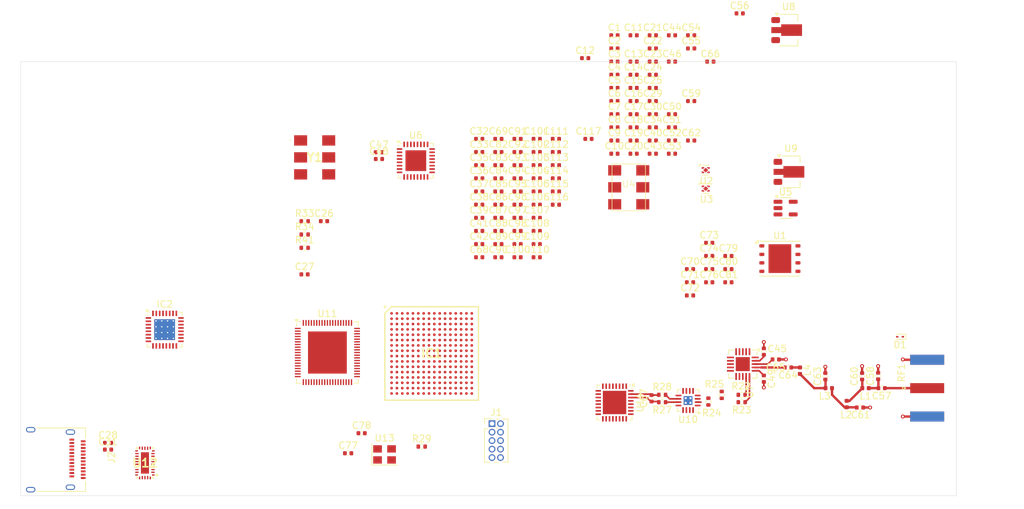
<source format=kicad_pcb>
(kicad_pcb (version 20240108) (generator "pcbnew") (generator_version "8.0")
  (layers (0 "F.Cu" signal) (1 "In1.Cu" signal) (2 "In2.Cu" signal) (31 "B.Cu" signal) (34 "B.Paste" user) (35 "F.Paste" user) (36 "B.SilkS" user "B.Silkscreen") (37 "F.SilkS" user "F.Silkscreen") (38 "B.Mask" user) (39 "F.Mask" user) (44 "Edge.Cuts" user))
  (net 0 "")
  (net 1 "AGND")
  (net 2 "AVDD")
  (net 3 "DRVDD")
  (net 4 "VCM")
  (net 5 "CLKVDD")
  (net 6 "+5V")
  (net 7 "CLK-")
  (net 8 "CLK+")
  (net 9 "+13.8V")
  (net 10 "VGA_VDD")
  (net 11 "Net-(C63-Pad1)")
  (net 12 "Net-(C64-Pad1)")
  (net 13 "AMPIN+")
  (net 14 "AMPIN-")
  (net 15 "ADCIN+")
  (net 16 "ADCIN-")
  (net 17 "-5V")
  (net 18 "Net-(U5-EN)")
  (net 19 "VREF")
  (net 20 "Net-(C21-Pad1)")
  (net 21 "Net-(C22-Pad1)")
  (net 22 "Net-(U6-S6)")
  (net 23 "Net-(U4-CLK+)")
  (net 24 "Net-(U6-CLK)")
  (net 25 "Net-(U6-CLKB)")
  (net 26 "Net-(U4-CLK-)")
  (net 27 "Net-(U6-OUT0B)")
  (net 28 "Net-(U6-OUT0)")
  (net 29 "Net-(U7-VCM)")
  (net 30 "Net-(C57-Pad2)")
  (net 31 "Net-(D1-A2)")
  (net 32 "Net-(C60-Pad1)")
  (net 33 "Net-(C61-Pad1)")
  (net 34 "Net-(U9-VOUT)")
  (net 35 "Net-(U12-TX2n)")
  (net 36 "Net-(U12-TX2p)")
  (net 37 "VCC_5V")
  (net 38 "Net-(IC1A-VCCAUX_1)")
  (net 39 "VBUS")
  (net 40 "Net-(U11-AVDD)")
  (net 41 "Net-(U12-TXn)")
  (net 42 "Net-(U11-TODN)")
  (net 43 "Net-(U11-TODP)")
  (net 44 "Net-(U12-TXp)")
  (net 45 "Net-(U11-XI)")
  (net 46 "Net-(U11-XO)")
  (net 47 "VCC_3.3V")
  (net 48 "Net-(U10A--)")
  (net 49 "Net-(U7-VOUT-)")
  (net 50 "Net-(U7-VOUT+)")
  (net 51 "Net-(U10A-+)")
  (net 52 "Net-(U10A-FB-)")
  (net 53 "Net-(U10A-FB+)")
  (net 54 "Net-(R27-Pad1)")
  (net 55 "Net-(R28-Pad1)")
  (net 56 "Net-(U11-RREF)")
  (net 57 "Net-(Y1-CLK+)")
  (net 58 "Net-(Y1-CLK-)")
  (net 59 "FT_RESETn")
  (net 60 "P1.1V")
  (net 61 "FT_OEn")
  (net 62 "Net-(U2-EN)")
  (net 63 "Net-(U3-EN)")
  (net 65 "Net-(U4-OE)")
  (net 67 "Net-(U6-S0)")
  (net 69 "Net-(U6-RSET)")
  (net 70 "Net-(U6-SYNCB)")
  (net 75 "Net-(C95-Pad2)")
  (net 76 "Net-(U7-MODE0)")
  (net 77 "Net-(U7-FA{slash}GS0{slash}D2)")
  (net 78 "Net-(U7-PWUP)")
  (net 80 "Net-(U7-DNC_INTERIM)")
  (net 82 "VGA_CSB")
  (net 83 "Net-(U7-MODE1)")
  (net 84 "Net-(U7-LATCH{slash}SPI_HP_LP)")
  (net 85 "Net-(U7-UPDN_DAT{slash}D0{slash}3SPI_4SPI)")
  (net 86 "VGA_SCLK")
  (net 88 "VGA_SDIO")
  (net 89 "Net-(U10B-~{PD})")
  (net 90 "ADC_SCLK")
  (net 91 "ADC_SDIO")
  (net 92 "ADC_MODE{slash}OR")
  (net 93 "FT_BE2")
  (net 94 "FT_BE0")
  (net 95 "FT_SIWUn")
  (net 96 "FT_D16")
  (net 97 "FT_D3")
  (net 98 "FT_D31")
  (net 99 "FT_BE3")
  (net 100 "FT_WAKEUPn")
  (net 101 "FT_D1")
  (net 102 "FT_TXEn")
  (net 103 "FT_D25")
  (net 104 "FT_D19")
  (net 105 "IO_MISO")
  (net 106 "FT_D26")
  (net 107 "FT_D22")
  (net 108 "FT_BE1")
  (net 109 "FT_D7")
  (net 110 "FT_D18")
  (net 111 "FT_D9")
  (net 112 "FT_D12")
  (net 113 "FT_D21")
  (net 114 "FT_D30")
  (net 115 "FT_D20")
  (net 116 "FT_D4")
  (net 117 "FT_D5")
  (net 119 "FT_D0")
  (net 120 "Net-(U11-RIDP)")
  (net 121 "FT_D28")
  (net 122 "FT_WRn")
  (net 123 "FT_D8")
  (net 124 "FT_D29")
  (net 125 "D+")
  (net 126 "FT_RXFn")
  (net 127 "FT_D27")
  (net 128 "FT_D23")
  (net 129 "FT_D17")
  (net 130 "FT_D2")
  (net 131 "FT_D14")
  (net 132 "FT_D15")
  (net 133 "FT_D6")
  (net 134 "FT_D11")
  (net 135 "FT_D13")
  (net 136 "FT_D10")
  (net 137 "FT_D24")
  (net 138 "FT_RDn")
  (net 140 "D-")
  (net 141 "Net-(U11-CLK)")
  (net 144 "Net-(U11-RIDN)")
  (net 145 "D0")
  (net 146 "D8")
  (net 147 "D10")
  (net 148 "ADC_CSB")
  (net 149 "D11")
  (net 150 "D9")
  (net 151 "DCO")
  (net 152 "D1")
  (net 153 "D6")
  (net 154 "D12")
  (net 155 "D2")
  (net 156 "D5")
  (net 157 "D4")
  (net 158 "D3")
  (net 159 "D13")
  (net 160 "Net-(U14-RBIAS)")
  (net 161 "D7")
  (net 171 "SPICFG_SS")
  (net 181 "SPICFG_SCK")
  (net 183 "P3.3V")
  (net 190 "SPICFG_MISO")
  (net 205 "JTAG_TCK")
  (net 233 "QSPI_D2")
  (net 244 "FPGA_RESET")
  (net 255 "SPICFG_MOSI")
  (net 262 "JTAG_TDI")
  (net 263 "IO_MOSI")
  (net 265 "IO_SCK")
  (net 298 "QSPI_D3")
  (net 301 "JTAG_TMS")
  (net 307 "JTAG_TDO")
  (net 318 "RX1-")
  (net 321 "RX1+")
  (net 322 "Net-(J2-CC2)")
  (net 323 "Net-(J2-CC1)")
  (net 325 "RX2-")
  (net 326 "RX2+")
  (net 327 "TX1-")
  (net 328 "USB_ID")
  (net 329 "Net-(U12-VBUS_DET)")
  (net 330 "Net-(U12-ADDR)")
  (net 331 "VCONN_FAULT")
  (net 332 "I2C_INTR")
  (net 333 "EN_MUX")
  (net 334 "PORT_DIR")
  (net 336 "Net-(U12-PORT)")
  (net 337 "SDA")
  (net 338 "SCL")
  (net 339 "Net-(Y1-OE)")
  (net 341 "TX1+")
  (net 342 "TX2-")
  (net 343 "TX2+")
  (net 344 "TX1P")
  (net 345 "TX1N")
  (footprint "Resistor_SMD:R_0402_1005Metric" (layer "F.Cu") (at 163.9 143.41 -90)
    (property "Reference" "R24")
    (property "Value" "250")
  )
  (footprint "Diode_SMD:D_SOD-923" (layer "F.Cu") (at 192.58 133.7 180)
    (property "Reference" "D1")
    (property "Value" "ESD9B3.3ST5G")
  )
  (footprint "Capacitor_SMD:C_0402_1005Metric" (layer "F.Cu") (at 129.61 104.07)
    (property "Reference" "C32")
    (property "Value" "10u")
  )
  (footprint "Capacitor_SMD:C_0402_1005Metric" (layer "F.Cu") (at 166.895 123.575)
    (property "Reference" "C80")
    (property "Value" "0.1uF")
  )
  (footprint "Connector_Coaxial:SMA_Amphenol_132289_EdgeMount" (layer "F.Cu") (at 196.6375 141.4)
    (property "Reference" "RF1")
    (property "Value" "RFIN")
  )
  (footprint "Resistor_SMD:R_0402_1005Metric" (layer "F.Cu") (at 103.5 116.4)
    (property "Reference" "R33")
    (property "Value" "10K")
  )
  (footprint "Capacitor_SMD:C_0402_1005Metric" (layer "F.Cu") (at 155.585 100.375)
    (property "Reference" "C30")
    (property "Value" "0.1uF")
  )
  (footprint "Capacitor_SMD:C_0402_1005Metric" (layer "F.Cu") (at 138.22 108.01)
    (property "Reference" "C103")
    (property "Value" "10u")
  )
  (footprint "Capacitor_SMD:C_0402_1005Metric" (layer "F.Cu") (at 141.09 109.98)
    (property "Reference" "C114")
    (property "Value" "0.1u")
  )
  (footprint "Capacitor_SMD:C_0402_1005Metric" (layer "F.Cu") (at 132.48 104.07)
    (property "Reference" "C69")
    (property "Value" "10u")
  )
  (footprint "Resistor_SMD:R_0402_1005Metric" (layer "F.Cu") (at 165.9 142.41 90)
    (property "Reference" "R25")
    (property "Value" "250")
  )
  (footprint "Capacitor_SMD:C_0402_1005Metric" (layer "F.Cu") (at 135.35 108.01)
    (property "Reference" "C93")
    (property "Value" "0.1u")
  )
  (footprint "Capacitor_SMD:C_0402_1005Metric" (layer "F.Cu") (at 132.48 111.95)
    (property "Reference" "C85")
    (property "Value" "10u")
  )
  (footprint "Capacitor_SMD:C_0402_1005Metric" (layer "F.Cu") (at 189.3 139.58 90)
    (property "Reference" "C58")
    (property "Value" "120p")
  )
  (footprint "Capacitor_SMD:C_0402_1005Metric" (layer "F.Cu") (at 158.455 92.495)
    (property "Reference" "C46")
    (property "Value" "0.1uF")
  )
  (footprint "Capacitor_SMD:C_0402_1005Metric" (layer "F.Cu") (at 135.35 113.92)
    (property "Reference" "C96")
    (property "Value" "0.1u")
  )
  (footprint "Capacitor_SMD:C_0402_1005Metric" (layer "F.Cu") (at 158.455 100.375)
    (property "Reference" "C50")
    (property "Value" "1uF")
  )
  (footprint "Capacitor_SMD:C_0402_1005Metric" (layer "F.Cu") (at 135.35 115.89)
    (property "Reference" "C97")
    (property "Value" "10u")
  )
  (footprint "Capacitor_SMD:C_0402_1005Metric" (layer "F.Cu") (at 155.585 98.405)
    (property "Reference" "C29")
    (property "Value" "1uF")
  )
  (footprint "Capacitor_SMD:C_0402_1005Metric" (layer "F.Cu") (at 155.585 90.525)
    (property "Reference" "C22")
    (property "Value" "0.1uF")
  )
  (footprint "Capacitor_SMD:C_0402_1005Metric" (layer "F.Cu") (at 74.08 150.6)
    (property "Reference" "C31")
    (property "Value" "100n")
  )
  (footprint "Capacitor_SMD:C_0402_1005Metric" (layer "F.Cu") (at 152.715 102.345)
    (property "Reference" "C18")
    (property "Value" "0.1uF")
  )
  (footprint "Capacitor_SMD:C_0402_1005Metric" (layer "F.Cu") (at 114.5925 106.08)
    (property "Reference" "C47")
    (property "Value" "0.1u")
  )
  (footprint "Capacitor_SMD:C_0402_1005Metric" (layer "F.Cu") (at 132.48 108.01)
    (property "Reference" "C83")
    (property "Value" "10u")
  )
  (footprint "Capacitor_SMD:C_0402_1005Metric" (layer "F.Cu") (at 149.845 106.285)
    (property "Reference" "C10")
    (property "Value" "0.1uF")
  )
  (footprint "Package_DFN_QFN:QFN-76-1EP_9x9mm_P0.4mm_EP5.81x6.31mm" (layer "F.Cu") (at 106.9 136.0625)
    (property "Reference" "U11")
    (property "Value" "FT601Q")
  )
  (footprint "Capacitor_SMD:C_0402_1005Metric" (layer "F.Cu") (at 158.455 104.315)
    (property "Reference" "C52")
    (property "Value" "0.1n")
  )
  (footprint "Capacitor_SMD:C_0402_1005Metric" (layer "F.Cu") (at 103.48 124.36)
    (property "Reference" "C27")
    (property "Value" "0.1u")
  )
  (footprint "Package_TO_SOT_SMD:SOT-89-3" (layer "F.Cu") (at 176.255 109.005)
    (property "Reference" "U9")
    (property "Value" "AP2205-50Y-13")
  )
  (footprint "Capacitor_SMD:C_0402_1005Metric" (layer "F.Cu") (at 138.22 106.04)
    (property "Reference" "C102")
    (property "Value" "0.1u")
  )
  (footprint "Capacitor_SMD:C_0402_1005Metric" (layer "F.Cu") (at 164.025 123.575)
    (property "Reference" "C75")
    (property "Value" "0.1u")
  )
  (footprint "Capacitor_SMD:C_0402_1005Metric" (layer "F.Cu") (at 172.2 139.98 -90)
    (property "Reference" "C49")
    (property "Value" "0.1uF")
  )
  (footprint "Inductor_SMD:L_0402_1005Metric" (layer "F.Cu") (at 184.6 143.785 -90)
    (property "Reference" "L2")
    (property "Value" "470n")
  )
  (footprint "Capacitor_SMD:C_0402_1005Metric" (layer "F.Cu") (at 141.09 108.01)
    (property "Reference" "C113")
    (property "Value" "10u")
  )
  (footprint "Capacitor_SMD:C_0402_1005Metric" (layer "F.Cu") (at 155.585 104.315)
    (property "Reference" "C40")
    (property "Value" "0.1uF")
  )
  (footprint "Capacitor_SMD:C_0402_1005Metric" (layer "F.Cu") (at 172.2 135.92 90)
    (property "Reference" "C45")
    (property "Value" "0.1uF")
  )
  (footprint "Package_TO_SOT_SMD:SOT-89-3" (layer "F.Cu") (at 175.915 87.775)
    (property "Reference" "U8")
    (property "Value" "AP2205-50Y-13")
  )
  (footprint "Capacitor_SMD:C_0402_1005Metric" (layer "F.Cu") (at 152.715 94.465)
    (property "Reference" "C14")
    (property "Value" "1uF")
  )
  (footprint "Capacitor_SMD:C_0402_1005Metric" (layer "F.Cu") (at 129.61 113.92)
    (property "Reference" "C38")
    (property "Value" "10u")
  )
  (footprint "Capacitor_SMD:C_0402_1005Metric" (layer "F.Cu") (at 132.48 113.92)
    (property "Reference" "C86")
    (property "Value" "10u")
  )
  (footprint "Capacitor_SMD:C_0402_1005Metric" (layer "F.Cu") (at 149.845 94.465)
    (property "Reference" "C4")
    (property "Value" "0.1uF")
  )
  (footprint "Capacitor_SMD:C_0402_1005Metric" (layer "F.Cu") (at 152.715 100.375)
    (property "Reference" "C17")
    (property "Value" "0.1uF")
  )
  (footprint "Capacitor_SMD:C_0402_1005Metric" (layer "F.Cu") (at 138.22 119.83)
    (property "Reference" "C109")
    (property "Value" "10u")
  )
  (footprint "Inductor_SMD:L_0402_1005Metric" (layer "F.Cu") (at 177.6 138.785 90)
    (property "Reference" "L4")
    (property "Value" "300n")
  )
  (footprint "Capacitor_SMD:C_0402_1005Metric" (layer "F.Cu") (at 164.025 119.635)
    (property "Reference" "C73")
    (property "Value" "100u")
  )
  (footprint "Resistor_SMD:R_0402_1005Metric" (layer "F.Cu") (at 156.99 143.5 180)
    (property "Reference" "R27")
    (property "Value" "33")
  )
  (footprint "Capacitor_SMD:C_0402_1005Metric" (layer "F.Cu") (at 132.48 119.83)
    (property "Reference" "C89")
    (property "Value" "10u")
  )
  (footprint "Capacitor_SMD:C_0402_1005Metric" (layer "F.Cu") (at 168.585 85.275)
    (property "Reference" "C56")
    (property "Value" "2.2uF")
  )
  (footprint "Capacitor_SMD:C_0402_1005Metric" (layer "F.Cu") (at 129.61 115.89)
    (property "Reference" "C39")
    (property "Value" "10u")
  )
  (footprint "Package_TO_SOT_SMD:SOT-23-5" (layer "F.Cu") (at 175.455 114.43)
    (property "Reference" "U5")
    (property "Value" "TLV77333PDBVR")
  )
  (footprint "Capacitor_SMD:C_0402_1005Metric" (layer "F.Cu") (at 152.715 96.435)
    (property "Reference" "C15")
    (property "Value" "0.1uF")
  )
  (footprint "Capacitor_SMD:C_0402_1005Metric" (layer "F.Cu") (at 152.715 98.405)
    (property "Reference" "C16")
    (property "Value" "0.1uF")
  )
  (footprint "Capacitor_SMD:C_0402_1005Metric" (layer "F.Cu") (at 149.845 102.345)
    (property "Reference" "C8")
    (property "Value" "1uF")
  )
  (footprint "Capacitor_SMD:C_0402_1005Metric" (layer "F.Cu") (at 152.715 104.315)
    (property "Reference" "C19")
    (property "Value" "1uF")
  )
  (footprint "Capacitor_SMD:C_0402_1005Metric" (layer "F.Cu") (at 132.48 121.8)
    (property "Reference" "C90")
    (property "Value" "10u")
  )
  (footprint "Package_DFN_QFN:OnSemi_XDFN4-1EP_1.0x1.0mm_EP0.52x0.52mm" (layer "F.Cu") (at 163.5 111.51)
    (property "Reference" "U3")
    (property "Value" "~")
  )
  (footprint "Capacitor_SMD:C_0402_1005Metric" (layer "F.Cu") (at 135.35 106.04)
    (property "Reference" "C92")
    (property "Value" "0.1u")
  )
  (footprint "Resistor_SMD:R_0402_1005Metric" (layer "F.Cu") (at 168.89 142.4 180)
    (property "Reference" "R22")
    (property "Value" "50")
  )
  (footprint "Capacitor_SMD:C_0402_1005Metric" (layer "F.Cu") (at 149.845 100.375)
    (property "Reference" "C7")
    (property "Value" "0.1uF")
  )
  (footprint "Capacitor_SMD:C_0402_1005Metric" (layer "F.Cu") (at 145.465 91.975)
    (property "Reference" "C12")
    (property "Value" "1uF")
  )
  (footprint "Package_CSP:LFCSP-32-1EP_5x5mm_P0.5mm_EP3.1x3.1mm" (layer "F.Cu") (at 120.13 107.33)
    (property "Reference" "U6")
    (property "Value" "AD9515")
  )
  (footprint "Capacitor_SMD:C_0402_1005Metric" (layer "F.Cu") (at 149.845 104.315)
    (property "Reference" "C9")
    (property "Value" "1uF")
  )
  (footprint "hfsdr:SI590_5x7mm" (layer "F.Cu") (at 151.985 111.32)
    (property "Reference" "U4")
    (property "Value" "~")
  )
  (footprint "Capacitor_SMD:C_0402_1005Metric" (layer "F.Cu") (at 129.61 117.86)
    (property "Reference" "C41")
    (property "Value" "0.1u")
  )
  (footprint "Capacitor_SMD:C_0402_1005Metric" (layer "F.Cu") (at 186.9 139.62 90)
    (property "Reference" "C60")
    (property "Value" "200p")
  )
  (footprint "Capacitor_SMD:C_0402_1005Metric" (layer "F.Cu") (at 152.715 106.285)
    (property "Reference" "C20")
    (property "Value" "0.1uF")
  )
  (footprint "Package_CSP:LFCSP-32-1EP_5x5mm_P0.5mm_EP3.1x3.1mm_ThermalVias" (layer "F.Cu") (at 82.55 132.6375)
    (property "Reference" "IC2")
    (property "Value" "AD9707BCPZ")
  )
  (footprint "Resistor_SMD:R_0402_1005Metric" (layer "F.Cu") (at 168.89 143.5 180)
    (property "Reference" "R23")
    (property "Value" "50")
  )
  (footprint "hfsdr:BGA256C80P16X16_1400X1400X170" (layer "F.Cu") (at 122.5 136.2)
    (property "Reference" "IC1")
    (property "Value" "LFE5U-25F-6BG256C" (hide yes))
  )
  (footprint "Capacitor_SMD:C_0402_1005Metric" (layer "F.Cu") (at 149.845 98.405)
    (property "Reference" "C6")
    (property "Value" "1uF")
  )
  (footprint "Capacitor_SMD:C_0402_1005Metric" (layer "F.Cu") (at 135.35 111.95)
    (property "Reference" "C95")
    (property "Value" "10u")
  )
  (footprint "Inductor_SMD:L_0402_1005Metric" (layer "F.Cu") (at 187.415 141.4 180)
    (property "Reference" "L1")
    (property "Value" "390n")
  )
  (footprint "Capacitor_SMD:C_0402_1005Metric" (layer "F.Cu") (at 114.6125 107.08)
    (property "Reference" "C48")
    (property "Value" "0.1u")
  )
  (footprint "Capacitor_SMD:C_0402_1005Metric" (layer "F.Cu") (at 149.845 92.495)
    (property "Reference" "C3")
    (property "Value" "0.1uF")
  )
  (footprint "Capacitor_SMD:C_0402_1005Metric" (layer "F.Cu") (at 161.155 127.515)
    (property "Reference" "C72")
    (property "Value" "100n")
  )
  (footprint "Capacitor_SMD:C_0402_1005Metric" (layer "F.Cu") (at 141.09 113.92)
    (property "Reference" "C116")
    (property "Value" "0.1u")
  )
  (footprint "Capacitor_SMD:C_0402_1005Metric" (layer "F.Cu") (at 132.48 109.98)
    (property "Reference" "C84")
    (property "Value" "10u")
  )
  (footprint "Capacitor_SMD:C_0402_1005Metric" (layer "F.Cu") (at 152.715 88.555)
    (property "Reference" "C11")
    (property "Value" "1uF")
  )
  (footprint "Capacitor_SMD:C_0402_1005Metric" (layer "F.Cu") (at 161.325 88.555)
    (property "Reference" "C54")
    (property "Value" "0.1uF")
  )
  (footprint "Capacitor_SMD:C_0402_1005Metric" (layer "F.Cu") (at 138.22 104.07)
    (property "Reference" "C101")
    (property "Value" "10u")
  )
  (footprint "Capacitor_SMD:C_0402_1005Metric" (layer "F.Cu") (at 152.715 92.495)
    (property "Reference" "C13")
    (property "Value" "0.1uF")
  )
  (footprint "Oscillator:Oscillator_SMD_Abracon_ASE-4Pin_3.2x2.5mm" (layer "F.Cu") (at 115.45 151.325)
    (property "Reference" "U13")
    (property "Value" "ABM8-30.000MHZ-D1X-T")
  )
  (footprint "Package_CSP:LFCSP-32-1EP_5x5mm_P0.5mm_EP3.5x3.5mm" (layer "F.Cu") (at 149.8625 143.55 -90)
    (property "Reference" "U14")
    (property "Value" "AD9649" (hide yes))
  )
  (footprint "Capacitor_SMD:C_0402_1005Metric" (layer "F.Cu") (at 155.585 88.555)
    (property "Reference" "C21")
    (property "Value" "0.1uF")
  )
  (footprint "Capacitor_SMD:C_0402_1005Metric" (layer "F.Cu") (at 74.08 149.6)
    (property "Reference" "C28")
    (property "Value" "100n")
  )
  (footprint "Capacitor_SMD:C_0402_1005Metric" (layer "F.Cu") (at 135.35 121.8)
    (property "Reference" "C100")
    (property "Value" "0.1u")
  )
  (footprint "Capacitor_SMD:C_0402_1005Metric" (layer "F.Cu") (at 175.82 138.3 180)
    (property "Reference" "C64")
    (property "Value" "0.1u")
  )
  (footprint "Capacitor_SMD:C_0402_1005Metric" (layer "F.Cu") (at 135.35 117.86)
    (property "Reference" "C98")
    (property "Value" "0.1u")
  )
  (footprint "Capacitor_SMD:C_0402_1005Metric" (layer "F.Cu") (at 132.48 106.04)
    (property "Reference" "C82")
    (property "Value" "0.1u")
  )
  (footprint "Capacitor_SMD:C_0402_1005Metric" (layer "F.Cu") (at 110 151.15)
    (property "Reference" "C77")
    (property "Value" "26p")
  )
  (footprint "Capacitor_SMD:C_0402_1005Metric" (layer "F.Cu") (at 155.585 96.435)
    (property "Reference" "C25")
    (property "Value" "0.1uF")
  )
  (footprint "Capacitor_SMD:C_0402_1005Metric" (layer "F.Cu") (at 155.585 106.285)
    (property "Reference" "C43")
    (property "Value" "0.1uF")
  )
  (footprint "Capacitor_SMD:C_0402_1005Metric" (layer "F.Cu") (at 149.845 88.555)
    (property "Reference" "C1")
    (property "Value" "0.1uF")
  )
  (footprint "Capacitor_SMD:C_0402_1005Metric" (layer "F.Cu") (at 149.845 96.435)
    (property "Reference" "C5")
    (property "Value" "1uF")
  )
  (footprint "Resistor_SMD:R_0402_1005Metric" (layer "F.Cu") (at 156.99 142.4 180)
    (property "Reference" "R28")
    (property "Value" "33")
  )
  (footprint "hfsdr:HD3SS3220IRNHR" (layer "F.Cu") (at 79.6 152.6 180)
    (property "Reference" "U12")
    (property "Value" "HD3SS3220" (hide yes))
  )
  (footprint "Inductor_SMD:L_0402_1005Metric" (layer "F.Cu") (at 181.915 141.4 180)
    (property "Reference" "L3")
    (property "Value" "510n")
  )
  (footprint "Capacitor_SMD:C_0402_1005Metric" (layer "F.Cu") (at 166.895 121.605)
    (property "Reference" "C79")
    (property "Value" "0.1uF")
  )
  (footprint "Connector_PinHeader_1.27mm:PinHeader_2x05_P1.27mm_Vertical" (layer "F.Cu") (at 131.53 146.72)
    (property "Reference" "J1")
    (property "Value" "JTAG")
  )
  (footprint "Package_CSP:LFCSP-16-1EP_3x3mm_P0.5mm_EP1.3x1.3mm_ThermalVias" (layer "F.Cu") (at 160.8625 143.25 180)
    (property "Reference" "U10")
    (property "Value" "ADA4938-1")
  )
  (footprint "Capacitor_SMD:C_0402_1005Metric" (layer "F.Cu") (at 155.585 92.495)
    (property "Reference" "C23")
    (property "Value" "1uF")
  )
  (footprint "Capacitor_SMD:C_0402_1005Metric" (layer "F.Cu") (at 129.61 121.8)
    (property "Reference" "C68")
    (property "Value" "10u")
  )
  (footprint "Capacitor_SMD:C_0402_1005Metric" (layer "F.Cu") (at 149.845 90.525)
    (property "Reference" "C2")
    (property "Value" "1uF")
  )
  (footprint "Capacitor_SMD:C_0402_1005Metric" (layer "F.Cu") (at 138.22 115.89)
    (property "Reference" "C107")
    (property "Value" "10u")
  )
  (footprint "Capacitor_SMD:C_0402_1005Metric" (layer "F.Cu") (at 129.61 119.83)
    (property "Reference" "C42")
    (property "Value" "10u")
  )
  (footprint "Capacitor_SMD:C_0402_1005Metric" (layer "F.Cu") (at 135.35 119.83)
    (property "Reference" "C99")
    (property "Value" "10u")
  )
  (footprint "Package_CSP:LFCSP-20-1EP_4x4mm_P0.5mm_EP2.1x2.1mm" (layer "F.Cu") (at 169.05 137.8 -90)
    (property "Reference" "U7")
    (property "Value" "ADL5206")
  )
  (footprint "Capacitor_SMD:C_0402_1005Metric" (layer "F.Cu") (at 161.325 104.315)
    (property "Reference" "C62")
    (property "Value" "2.2uF")
  )
  (footprint "Resistor_SMD:R_0402_1005Metric" (layer "F.Cu") (at 103.5 120.38)
    (property "Reference" "R41")
    (property "Value" "10K")
  )
  (footprint "Capacitor_SMD:C_0402_1005Metric" (layer "F.Cu") (at 161.325 98.405)
    (property "Reference" "C59")
    (property "Value" "1uF")
  )
  (footprint "Capacitor_SMD:C_0402_1005Metric" (layer "F.Cu") (at 129.61 108.01)
    (property "Reference" "C35")
    (property "Value" "10u")
  )
  (footprint "Capacitor_SMD:C_0402_1005Metric" (layer "F.Cu") (at 158.455 102.345)
    (property "Reference" "C51")
    (property "Value" "1uF")
  )
  (footprint "Capacitor_SMD:C_0402_1005Metric" (layer "F.Cu") (at 158.455 106.285)
    (property "Reference" "C53")
    (property "Value" "0.1n")
  )
  (footprint "Capacitor_SMD:C_0402_1005Metric" (layer "F.Cu") (at 141.09 106.04)
    (property "Reference" "C112")
    (property "Value" "0.1u")
  )
  (footprint "Capacitor_SMD:C_0402_1005Metric" (layer "F.Cu") (at 161.155 123.575)
    (property "Reference" "C70")
    (property "Value" "100n")
  )
  (footprint "Capacitor_SMD:C_0402_1005Metric" (layer "F.Cu") (at 132.48 117.86)
    (property "Reference" "C88")
    (property "Value" "10u")
  )
  (footprint "Capacitor_SMD:C_0402_1005Metric" (layer "F.Cu") (at 158.455 88.555)
    (property "Reference" "C44")
    (property "Value" "0.1uF")
  )
  (footprint "Capacitor_SMD:C_0402_1005Metric" (layer "F.Cu") (at 161.325 90.525)
    (property "Reference" "C55")
    (property "Value" "1uF")
  )
  (footprint "Capacitor_SMD:C_0402_1005Metric" (layer "F.Cu") (at 186.58 144.3)
    (property "Reference" "C61")
    (property "Value" "200p")
  )
  (footprint "Capacitor_SMD:C_0402_1005Metric" (layer "F.Cu") (at 135.35 104.07)
    (property "Reference" "C91")
    (property "Value" "10u")
  )
  (footprint "Capacitor_SMD:C_0402_1005Metric" (layer "F.Cu") (at 164.195 92.495)
    (property "Reference" "C66")
    (property "Value" "0.1uF")
  )
  (footprint "Capacitor_SMD:C_0402_1005Metric" (layer "F.Cu") (at 138.22 117.86)
    (property "Reference" "C108")
    (property "Value" "0.1u")
  )
  (footprint "Capacitor_SMD:C_0402_1005Metric" (layer "F.Cu") (at 166.895 125.545)
    (property "Reference" "C81")
    (property "Value" "0.1uF")
  )
  (footprint "Capacitor_SMD:C_0402_1005Metric" (layer "F.Cu") (at 189.82 141.4 180)
    (property "Reference" "C57")
    (property "Value" "470n")
  )
  (footprint "Capacitor_SMD:C_0402_1005Metric" (layer "F.Cu") (at 138.22 111.95)
    (property "Reference" "C105")
    (property "Value" "10u")
  )
  (footprint "Package_DFN_QFN:OnSemi_XDFN4-1EP_1.0x1.0mm_EP0.52x0.52mm" (layer "F.Cu") (at 163.5 108.75)
    (property "Reference" "U2")
    (property "Value" "~")
  )
  (footprint "Capacitor_SMD:C_0402_1005Metric" (layer "F.Cu") (at 155.585 94.465)
    (property "Reference" "C24")
    (property "Value" "0.1uF")
  )
  (footprint "hfsdr:590BD80M0000DG" (layer "F.Cu") (at 104.9925 106.84)
    (property "Reference" "Y1")
    (property "Value" "590BD80M0000DG" (hide yes))
  )
  (footprint "Capacitor_SMD:C_0402_1005Metric" (layer "F.Cu") (at 164.025 121.605)
    (property "Reference" "C74")
    (property "Value" "4.7u")
  )
  (footprint "Resistor_SMD:R_0402_1005Metric" (layer "F.Cu") (at 103.5 118.39)
    (property "Reference" "R34")
    (property "Value" "10K")
  )
  (footprint "Capacitor_SMD:C_0402_1005Metric" (layer "F.Cu") (at 141.09 104.07)
    (property "Reference" "C111")
    (property "Value" "10u")
  )
  (footprint "Capacitor_SMD:C_0402_1005Metric" (layer "F.Cu") (at 138.22 109.98)
    (property "Reference" "C104")
    (property "Value" "0.1u")
  )
  (footprint "Capacitor_SMD:C_0402_1005Metric" (layer "F.Cu") (at 138.22 113.92)
    (property "Reference" "C106")
    (property "Value" "0.1u")
  )
  (footprint "Capacitor_SMD:C_0402_1005Metric" (layer "F.Cu") (at 145.96 104.07)
    (property "Reference" "C117")
    (property "Value" "1000p")
  )
  (footprint "Capacitor_SMD:C_0402_1005Metric" (layer "F.Cu") (at 129.61 109.98)
    (property "Reference" "C36")
    (property "Value" "0.1u")
  )
  (footprint "Capacitor_SMD:C_0402_1005Metric" (layer "F.Cu") (at 106.39 116.39)
    (property "Reference" "C26")
    (property "Value" "100n")
  )
  (footprint "Capacitor_SMD:C_0402_1005Metric" (layer "F.Cu") (at 161.155 125.545)
    (property "Reference" "C71")
    (property "Value" "100n")
  )
  (footprint "Capacitor_SMD:C_0402_1005Metric" (layer "F.Cu") (at 155.585 102.345)
    (property "Reference" "C34")
    (property "Value" "0.1uF")
  )
  (footprint "Connector_USB:USB_C_Receptacle_Amphenol_12401610E4-2A" (layer "F.Cu") (at 65.34 152.11 -90)
    (property "Reference" "J2")
    (property "Value" "GSB4D313302Y1HR")
  )
  (footprint "Capacitor_SMD:C_0402_1005Metric" (layer "F.Cu") (at 135.35 109.98)
    (property "Reference" "C94")
    (property "Value" "0.1u")
  )
  (footprint "Capacitor_SMD:C_0402_1005Metric" (layer "F.Cu") (at 132.48 115.89)
    (property "Reference" "C87")
    (property "Value" "10u")
  )
  (footprint "Capacitor_SMD:C_0402_1005Metric" (layer "F.Cu") (at 129.61 111.95)
    (property "Reference" "C37")
    (property "Value" "10u")
  )
  (footprint "Resistor_SMD:R_0402_1005Metric" (layer "F.Cu") (at 121.01 150.15)
    (property "Reference" "R29")
    (property "Value" "1.6K 1%")
  )
  (footprint "Package_SON:WSON-8-1EP_6x5mm_P1.27mm_EP3.4x4.3mm" (layer "F.Cu") (at 174.6 122)
    (property "Reference" "U1")
    (property "Value" "W25Q128JVP")
  )
  (footprint "Capacitor_SMD:C_0402_1005Metric" (layer "F.Cu") (at 138.22 121.8)
    (property "Reference" "C110")
    (property "Value" "0.1u")
  )
  (footprint "Capacitor_SMD:C_0402_1005Metric" (layer "F.Cu") (at 155.4 142.92 90)
    (property "Reference" "C67")
    (property "Value" "22pF")
  )
  (footprint "Capacitor_SMD:C_0402_1005Metric" (layer "F.Cu") (at 181.4 139.62 90)
    (property "Reference" "C63")
    (property "Value" "160p")
  )
  (footprint "Capacitor_SMD:C_0402_1005Metric" (layer "F.Cu") (at 173.98 137.1 180)
    (property "Reference" "C65")
    (property "Value" "0.1u")
  )
  (footprint "Capacitor_SMD:C_0402_1005Metric" (layer "F.Cu") (at 129.61 106.04)
    (property "Reference" "C33")
    (property "Value" "10u")
  )
  (footprint "Capacitor_SMD:C_0402_1005Metric" (layer "F.Cu") (at 164.025 125.545)
    (property "Reference" "C76")
    (property "Value" "0.1u")
  )
  (footprint "Capacitor_SMD:C_0402_1005Metric" (layer "F.Cu") (at 112.02 148.15)
    (property "Reference" "C78")
    (property "Value" "26p")
  )
  (footprint "Capacitor_SMD:C_0402_1005Metric" (layer "F.Cu") (at 141.09 111.95)
    (property "Reference" "C115")
    (property "Value" "10u")
  )
  (gr_rect (start 61 92.5) (end 201 157.5) (stroke (width 0.05)) (fill none) (layer "Edge.Cuts"))
  (segment (start 189.3 138.2) (end 189.3 139.1) (width 0.355) (layer "F.Cu") (net 1))
  (segment (start 186.9 138.2) (end 186.9 139.14) (width 0.355) (layer "F.Cu") (net 1))
  (segment (start 181.4 138.2) (end 181.4 139.14) (width 0.355) (layer "F.Cu") (net 1))
  (segment (start 174.46 137.1) (end 175.5 137.1) (width 0.355) (layer "F.Cu") (net 1))
  (segment (start 193 145.65) (end 196.6375 145.65) (width 0.355) (layer "F.Cu") (net 1))
  (segment (start 172.2 140.46) (end 172.2 141.3) (width 0.25) (layer "F.Cu") (net 1))
  (segment (start 187.06 144.3) (end 188.1 144.3) (width 0.355) (layer "F.Cu") (net 1))
  (segment (start 193 137.15) (end 196.6375 137.15) (width 0.355) (layer "F.Cu") (net 1))
  (segment (start 172.2 134.5) (end 172.2 135.44) (width 0.25) (layer "F.Cu") (net 1))
  (via micro (at 181.4 138.2) (size 0.6) (drill 0.3) (layers "F.Cu" "In1.Cu") (net 1))
  (via micro (at 188.1 144.3) (size 0.6) (drill 0.3) (layers "F.Cu" "In1.Cu") (net 1))
  (via micro (at 193 145.65) (size 0.6) (drill 0.3) (layers "F.Cu" "In1.Cu") (net 1))
  (via micro (at 175.5 137.1) (size 0.6) (drill 0.3) (layers "F.Cu" "In1.Cu") (net 1))
  (via micro (at 172.2 141.3) (size 0.6) (drill 0.3) (layers "F.Cu" "In1.Cu") (net 1))
  (via micro (at 193 137.1) (size 0.6) (drill 0.3) (layers "F.Cu" "In1.Cu") (net 1))
  (via micro (at 172.2 134.5) (size 0.6) (drill 0.3) (layers "F.Cu" "In1.Cu") (net 1))
  (via micro (at 189.3 138.1) (size 0.6) (drill 0.3) (layers "F.Cu" "In1.Cu") (net 1))
  (via micro (at 186.9 138.1) (size 0.6) (drill 0.3) (layers "F.Cu" "In1.Cu") (net 1))
  (segment (start 172.2 136.679999) (end 172.2 136.4) (width 0.25) (layer "F.Cu") (net 10))
  (segment (start 170.9 137.3) (end 171.579999 137.3) (width 0.25) (layer "F.Cu") (net 10))
  (segment (start 171.5 138.8) (end 172.2 139.5) (width 0.25) (layer "F.Cu") (net 10))
  (segment (start 171.579999 137.3) (end 172.2 136.679999) (width 0.25) (layer "F.Cu") (net 10))
  (segment (start 170.9 138.8) (end 171.5 138.8) (width 0.25) (layer "F.Cu") (net 10))
  (segment (start 181.43 141.4) (end 181.43 140.13) (width 0.355) (layer "F.Cu") (net 11))
  (segment (start 181.43 141.4) (end 179.73 141.4) (width 0.355) (layer "F.Cu") (net 11))
  (segment (start 181.43 140.13) (end 181.4 140.1) (width 0.355) (layer "F.Cu") (net 11))
  (segment (start 179.73 141.4) (end 177.6 139.27) (width 0.355) (layer "F.Cu") (net 11))
  (segment (start 176.3 138.3) (end 177.6 138.3) (width 0.355) (layer "F.Cu") (net 12))
  (segment (start 175.34 138.3) (end 171.8 138.3) (width 0.355) (layer "F.Cu") (net 13))
  (segment (start 170.9 138.3) (end 171.8 138.3) (width 0.25) (layer "F.Cu") (net 13))
  (segment (start 172.8025 137.7975) (end 173.5 137.1) (width 0.25) (layer "F.Cu") (net 14))
  (segment (start 170.9 137.8) (end 170.9025 137.7975) (width 0.25) (layer "F.Cu") (net 14))
  (segment (start 170.9025 137.7975) (end 172.8025 137.7975) (width 0.25) (layer "F.Cu") (net 14))
  (segment (start 155.34 142.44) (end 155.2 142.3) (width 0.25) (layer "F.Cu") (net 15))
  (segment (start 155.4 142.44) (end 155.34 142.44) (width 0.25) (layer "F.Cu") (net 15))
  (segment (start 155.4 142.44) (end 156.44 142.44) (width 0.25) (layer "F.Cu") (net 15))
  (segment (start 155.2 142.3) (end 152.3 142.3) (width 0.25) (layer "F.Cu") (net 15))
  (segment (start 156.44 142.44) (end 156.48 142.4) (width 0.25) (layer "F.Cu") (net 15))
  (segment (start 155.4 143.4) (end 155.3 143.4) (width 0.25) (layer "F.Cu") (net 16))
  (segment (start 156.38 143.4) (end 156.48 143.5) (width 0.25) (layer "F.Cu") (net 16))
  (segment (start 155.4 143.4) (end 156.38 143.4) (width 0.25) (layer "F.Cu") (net 16))
  (segment (start 155.3 143.4) (end 154.7 142.8) (width 0.25) (layer "F.Cu") (net 16))
  (segment (start 154.7 142.8) (end 152.3 142.8) (width 0.25) (layer "F.Cu") (net 16))
  (segment (start 115.085 106.0675) (end 115.0725 106.08) (width 0.15) (layer "F.Cu") (net 24))
  (segment (start 187.9 141.4) (end 189.34 141.4) (width 0.355) (layer "F.Cu") (net 30))
  (segment (start 189.34 141.4) (end 189.34 140.1) (width 0.355) (layer "F.Cu") (net 30))
  (segment (start 189.34 140.1) (end 189.3 140.06) (width 0.355) (layer "F.Cu") (net 30))
  (segment (start 189.3 141.36) (end 189.34 141.4) (width 0.355) (layer "F.Cu") (net 30))
  (segment (start 190.3 141.4) (end 196.6375 141.4) (width 0.355) (layer "F.Cu") (net 31))
  (segment (start 186.93 141.4) (end 186.93 140.13) (width 0.355) (layer "F.Cu") (net 32))
  (segment (start 186.9 141.37) (end 186.93 141.4) (width 0.355) (layer "F.Cu") (net 32))
  (segment (start 185.03 143.3) (end 186.93 141.4) (width 0.355) (layer "F.Cu") (net 32))
  (segment (start 184.6 143.3) (end 185.03 143.3) (width 0.355) (layer "F.Cu") (net 32))
  (segment (start 186.93 140.13) (end 186.9 140.1) (width 0.355) (layer "F.Cu") (net 32))
  (segment (start 184.6 144.27) (end 186.07 144.27) (width 0.355) (layer "F.Cu") (net 33))
  (segment (start 184.280001 144.27) (end 182.4 142.389999) (width 0.355) (layer "F.Cu") (net 33))
  (segment (start 182.4 142.389999) (end 182.4 141.4) (width 0.355) (layer "F.Cu") (net 33))
  (segment (start 184.6 144.27) (end 184.280001 144.27) (width 0.355) (layer "F.Cu") (net 33))
  (segment (start 186.07 144.27) (end 186.1 144.3) (width 0.355) (layer "F.Cu") (net 33))
  (segment (start 165.9 142.92) (end 165.9 143) (width 0.25) (layer "F.Cu") (net 48))
  (segment (start 169.55 142.25) (end 169.4 142.4) (width 0.25) (layer "F.Cu") (net 49))
  (segment (start 169.55 139.65) (end 169.55 142.25) (width 0.25) (layer "F.Cu") (net 49))
  (segment (start 170.05 142.85) (end 170.05 139.65) (width 0.25) (layer "F.Cu") (net 50))
  (segment (start 169.4 143.5) (end 170.05 142.85) (width 0.25) (layer "F.Cu") (net 50))
  (segment (start 163.8 143) (end 163.9 142.9) (width 0.25) (layer "F.Cu") (net 51))
  (segment (start 168.335 142.355) (end 168.38 142.4) (width 0.25) (layer "F.Cu") (net 51))
  (segment (start 162.3 143.5) (end 162.33 143.47) (width 0.25) (layer "F.Cu") (net 51))
  (segment (start 162.78724 143.5) (end 162.3 143.5) (width 0.25) (layer "F.Cu") (net 51))
  (segment (start 163.9 143.92) (end 163.82 144) (width 0.25) (layer "F.Cu") (net 52))
  (segment (start 159.425 143.5) (end 157.5 143.5) (width 0.25) (layer "F.Cu") (net 54))
  (segment (start 158.1 143) (end 159.425 143) (width 0.25) (layer "F.Cu") (net 55))
  (segment (start 157.5 142.4) (end 158.1 143) (width 0.25) (layer "F.Cu") (net 55))
)
</source>
